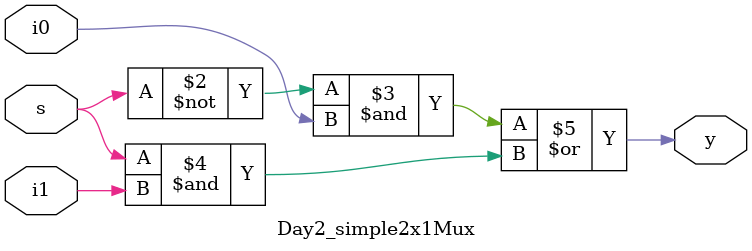
<source format=v>
`timescale 1ns / 1ps


module Day2_simple2x1Mux(
    input wire i0,
    input wire i1,
    input wire s,
    output reg y
    );
    
  always@(i0,i1,s)
  begin
       y = (~s&i0)|(s&i1);
  end  
    
endmodule

</source>
